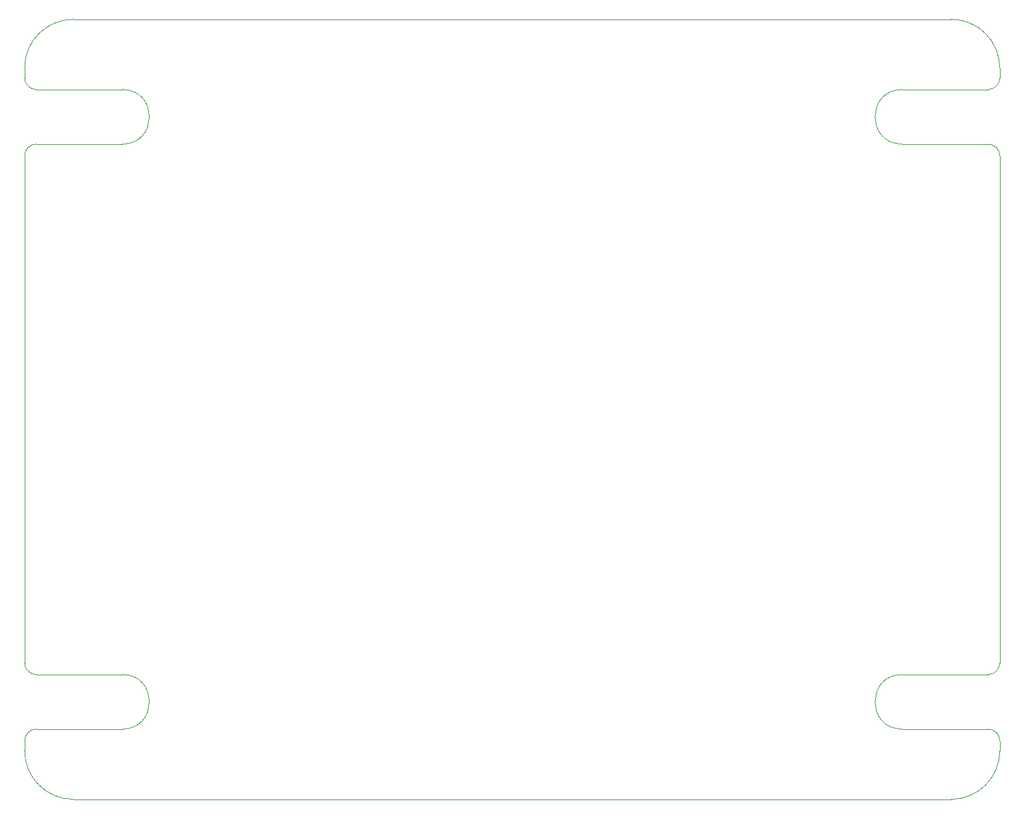
<source format=gbr>
G04 #@! TF.GenerationSoftware,KiCad,Pcbnew,(5.1.8-0-10_14)*
G04 #@! TF.CreationDate,2021-01-15T12:09:11-08:00*
G04 #@! TF.ProjectId,esp32_sync,65737033-325f-4737-996e-632e6b696361,rev?*
G04 #@! TF.SameCoordinates,Original*
G04 #@! TF.FileFunction,Profile,NP*
%FSLAX46Y46*%
G04 Gerber Fmt 4.6, Leading zero omitted, Abs format (unit mm)*
G04 Created by KiCad (PCBNEW (5.1.8-0-10_14)) date 2021-01-15 12:09:11*
%MOMM*%
%LPD*%
G01*
G04 APERTURE LIST*
G04 #@! TA.AperFunction,Profile*
%ADD10C,0.050000*%
G04 #@! TD*
G04 APERTURE END LIST*
D10*
X188976000Y-79756000D02*
G75*
G02*
X190500000Y-81280000I0J-1524000D01*
G01*
X190500000Y-71120000D02*
G75*
G02*
X188976000Y-72644000I-1524000J0D01*
G01*
X188976000Y-155956000D02*
G75*
G02*
X190500000Y-157480000I0J-1524000D01*
G01*
X190500000Y-147320000D02*
G75*
G02*
X188976000Y-148844000I-1524000J0D01*
G01*
X65024000Y-148844000D02*
G75*
G02*
X63500000Y-147320000I0J1524000D01*
G01*
X63500000Y-157480000D02*
G75*
G02*
X65024000Y-155956000I1524000J0D01*
G01*
X63500000Y-81280000D02*
G75*
G02*
X65024000Y-79756000I1524000J0D01*
G01*
X65024000Y-72644000D02*
G75*
G02*
X63500000Y-71120000I0J1524000D01*
G01*
X63500000Y-71120000D02*
X63500000Y-69850000D01*
X63500000Y-69850000D02*
G75*
G02*
X69850000Y-63500000I6350000J0D01*
G01*
X184150000Y-63500000D02*
G75*
G02*
X190500000Y-69850000I0J-6350000D01*
G01*
X190500000Y-158750000D02*
G75*
G02*
X184150000Y-165100000I-6350000J0D01*
G01*
X63500000Y-157480000D02*
X63500000Y-158750000D01*
X69850000Y-165100000D02*
G75*
G02*
X63500000Y-158750000I0J6350000D01*
G01*
X190500000Y-81280000D02*
X190500000Y-147320000D01*
X177800000Y-79756000D02*
X188976000Y-79756000D01*
X188976000Y-72644000D02*
X177800000Y-72644000D01*
X177800000Y-148844000D02*
X188976000Y-148844000D01*
X177800000Y-155956000D02*
X188976000Y-155956000D01*
X101600000Y-165100000D02*
X184150000Y-165100000D01*
X69850000Y-155956000D02*
X65024000Y-155956000D01*
X65024000Y-148844000D02*
X69850000Y-148844000D01*
X65024000Y-79756000D02*
X69850000Y-79756000D01*
X65024000Y-72644000D02*
X69850000Y-72644000D01*
X184150000Y-63500000D02*
X69850000Y-63500000D01*
X190500000Y-157480000D02*
X190500000Y-158750000D01*
X190500000Y-71120000D02*
X190500000Y-69850000D01*
X177800000Y-79756000D02*
G75*
G02*
X177800000Y-72644000I0J3556000D01*
G01*
X177800000Y-155956000D02*
G75*
G02*
X177800000Y-148844000I0J3556000D01*
G01*
X63500000Y-147320000D02*
X63500000Y-81280000D01*
X76200000Y-148844000D02*
X69850000Y-148844000D01*
X76200000Y-79756000D02*
X69850000Y-79756000D01*
X76200000Y-72644000D02*
X69850000Y-72644000D01*
X69850000Y-165100000D02*
X101600000Y-165100000D01*
X76200000Y-155956000D02*
X69850000Y-155956000D01*
X76200000Y-72644000D02*
G75*
G02*
X76200000Y-79756000I0J-3556000D01*
G01*
X76200000Y-148844000D02*
G75*
G02*
X76200000Y-155956000I0J-3556000D01*
G01*
M02*

</source>
